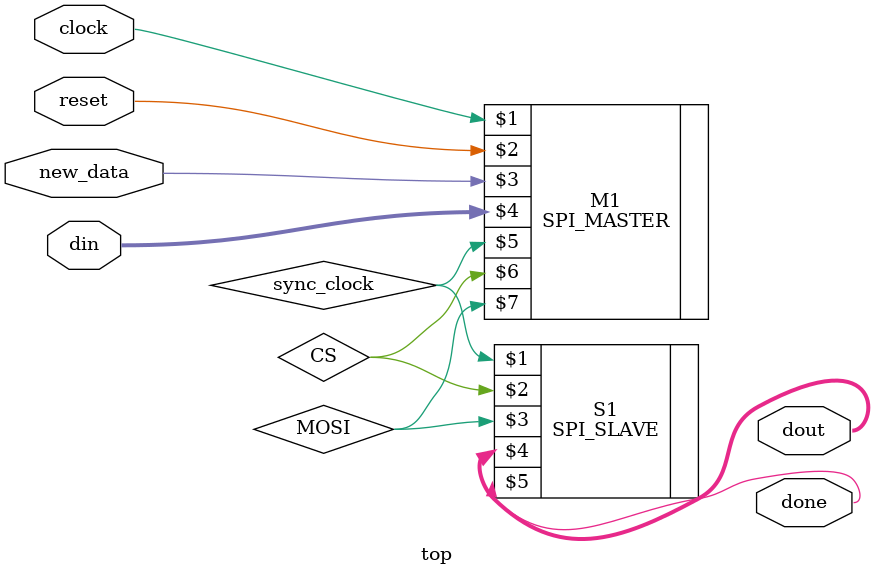
<source format=sv>


module top(clock,new_data,reset,din,dout,done);

input clock,new_data,reset;
input [11:0] din;
output [11:0] dout;
output done;

wire sync_clock,CS,MOSI;                            ////DECLARING WIRES FOR SPI MASTER MODULE

SPI_MASTER M1 (clock,reset,new_data,din,sync_clock,CS,MOSI);  ////INSTANTIATING SPI MASTER MODULE
SPI_SLAVE S1 (sync_clock,CS,MOSI,dout,done);                  ////INSTANTIATING SPI SLAVE MODULE


endmodule
</source>
